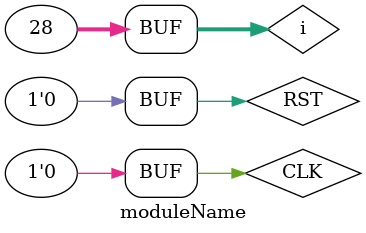
<source format=v>
module moduleName ();

reg CLK;
wire [31:0] OUT;
reg RST;
integer i;
SingleCpu SingleCpu1 (.CLK(CLK), .RST(RST), .OUT(OUT));

initial begin
    RST = 1;
    CLK = 0;
    #50;
    CLK = 1;
    #50
    RST = 0;
    CLK = 0;
    #50
    for(i=0; i<28; i=i+1) begin
        CLK = 1;
        #50
        CLK = 0;
        #50;
    end


end


// always begin
//     #6 CLK=0;
//     #4 CLK=1;
// end

    
endmodule
</source>
